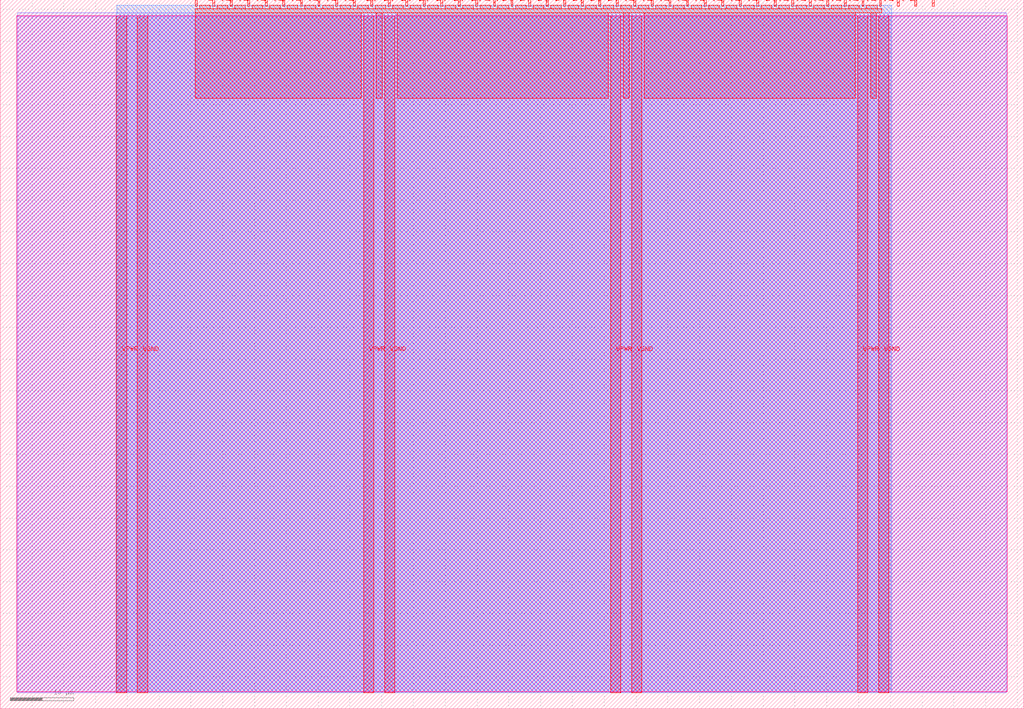
<source format=lef>
VERSION 5.7 ;
  NOWIREEXTENSIONATPIN ON ;
  DIVIDERCHAR "/" ;
  BUSBITCHARS "[]" ;
MACRO tt_um_wokwi_414120357164073985
  CLASS BLOCK ;
  FOREIGN tt_um_wokwi_414120357164073985 ;
  ORIGIN 0.000 0.000 ;
  SIZE 161.000 BY 111.520 ;
  PIN VGND
    DIRECTION INOUT ;
    USE GROUND ;
    PORT
      LAYER met4 ;
        RECT 21.580 2.480 23.180 109.040 ;
    END
    PORT
      LAYER met4 ;
        RECT 60.450 2.480 62.050 109.040 ;
    END
    PORT
      LAYER met4 ;
        RECT 99.320 2.480 100.920 109.040 ;
    END
    PORT
      LAYER met4 ;
        RECT 138.190 2.480 139.790 109.040 ;
    END
  END VGND
  PIN VPWR
    DIRECTION INOUT ;
    USE POWER ;
    PORT
      LAYER met4 ;
        RECT 18.280 2.480 19.880 109.040 ;
    END
    PORT
      LAYER met4 ;
        RECT 57.150 2.480 58.750 109.040 ;
    END
    PORT
      LAYER met4 ;
        RECT 96.020 2.480 97.620 109.040 ;
    END
    PORT
      LAYER met4 ;
        RECT 134.890 2.480 136.490 109.040 ;
    END
  END VPWR
  PIN clk
    DIRECTION INPUT ;
    USE SIGNAL ;
    PORT
      LAYER met4 ;
        RECT 143.830 110.520 144.130 111.520 ;
    END
  END clk
  PIN ena
    DIRECTION INPUT ;
    USE SIGNAL ;
    PORT
      LAYER met4 ;
        RECT 146.590 110.520 146.890 111.520 ;
    END
  END ena
  PIN rst_n
    DIRECTION INPUT ;
    USE SIGNAL ;
    PORT
      LAYER met4 ;
        RECT 141.070 110.520 141.370 111.520 ;
    END
  END rst_n
  PIN ui_in[0]
    DIRECTION INPUT ;
    USE SIGNAL ;
    ANTENNAGATEAREA 0.196500 ;
    PORT
      LAYER met4 ;
        RECT 138.310 110.520 138.610 111.520 ;
    END
  END ui_in[0]
  PIN ui_in[1]
    DIRECTION INPUT ;
    USE SIGNAL ;
    ANTENNAGATEAREA 0.196500 ;
    PORT
      LAYER met4 ;
        RECT 135.550 110.520 135.850 111.520 ;
    END
  END ui_in[1]
  PIN ui_in[2]
    DIRECTION INPUT ;
    USE SIGNAL ;
    ANTENNAGATEAREA 0.196500 ;
    PORT
      LAYER met4 ;
        RECT 132.790 110.520 133.090 111.520 ;
    END
  END ui_in[2]
  PIN ui_in[3]
    DIRECTION INPUT ;
    USE SIGNAL ;
    ANTENNAGATEAREA 0.196500 ;
    PORT
      LAYER met4 ;
        RECT 130.030 110.520 130.330 111.520 ;
    END
  END ui_in[3]
  PIN ui_in[4]
    DIRECTION INPUT ;
    USE SIGNAL ;
    ANTENNAGATEAREA 0.196500 ;
    PORT
      LAYER met4 ;
        RECT 127.270 110.520 127.570 111.520 ;
    END
  END ui_in[4]
  PIN ui_in[5]
    DIRECTION INPUT ;
    USE SIGNAL ;
    PORT
      LAYER met4 ;
        RECT 124.510 110.520 124.810 111.520 ;
    END
  END ui_in[5]
  PIN ui_in[6]
    DIRECTION INPUT ;
    USE SIGNAL ;
    PORT
      LAYER met4 ;
        RECT 121.750 110.520 122.050 111.520 ;
    END
  END ui_in[6]
  PIN ui_in[7]
    DIRECTION INPUT ;
    USE SIGNAL ;
    PORT
      LAYER met4 ;
        RECT 118.990 110.520 119.290 111.520 ;
    END
  END ui_in[7]
  PIN uio_in[0]
    DIRECTION INPUT ;
    USE SIGNAL ;
    PORT
      LAYER met4 ;
        RECT 116.230 110.520 116.530 111.520 ;
    END
  END uio_in[0]
  PIN uio_in[1]
    DIRECTION INPUT ;
    USE SIGNAL ;
    PORT
      LAYER met4 ;
        RECT 113.470 110.520 113.770 111.520 ;
    END
  END uio_in[1]
  PIN uio_in[2]
    DIRECTION INPUT ;
    USE SIGNAL ;
    PORT
      LAYER met4 ;
        RECT 110.710 110.520 111.010 111.520 ;
    END
  END uio_in[2]
  PIN uio_in[3]
    DIRECTION INPUT ;
    USE SIGNAL ;
    PORT
      LAYER met4 ;
        RECT 107.950 110.520 108.250 111.520 ;
    END
  END uio_in[3]
  PIN uio_in[4]
    DIRECTION INPUT ;
    USE SIGNAL ;
    PORT
      LAYER met4 ;
        RECT 105.190 110.520 105.490 111.520 ;
    END
  END uio_in[4]
  PIN uio_in[5]
    DIRECTION INPUT ;
    USE SIGNAL ;
    PORT
      LAYER met4 ;
        RECT 102.430 110.520 102.730 111.520 ;
    END
  END uio_in[5]
  PIN uio_in[6]
    DIRECTION INPUT ;
    USE SIGNAL ;
    PORT
      LAYER met4 ;
        RECT 99.670 110.520 99.970 111.520 ;
    END
  END uio_in[6]
  PIN uio_in[7]
    DIRECTION INPUT ;
    USE SIGNAL ;
    PORT
      LAYER met4 ;
        RECT 96.910 110.520 97.210 111.520 ;
    END
  END uio_in[7]
  PIN uio_oe[0]
    DIRECTION OUTPUT ;
    USE SIGNAL ;
    PORT
      LAYER met4 ;
        RECT 49.990 110.520 50.290 111.520 ;
    END
  END uio_oe[0]
  PIN uio_oe[1]
    DIRECTION OUTPUT ;
    USE SIGNAL ;
    PORT
      LAYER met4 ;
        RECT 47.230 110.520 47.530 111.520 ;
    END
  END uio_oe[1]
  PIN uio_oe[2]
    DIRECTION OUTPUT ;
    USE SIGNAL ;
    PORT
      LAYER met4 ;
        RECT 44.470 110.520 44.770 111.520 ;
    END
  END uio_oe[2]
  PIN uio_oe[3]
    DIRECTION OUTPUT ;
    USE SIGNAL ;
    PORT
      LAYER met4 ;
        RECT 41.710 110.520 42.010 111.520 ;
    END
  END uio_oe[3]
  PIN uio_oe[4]
    DIRECTION OUTPUT ;
    USE SIGNAL ;
    PORT
      LAYER met4 ;
        RECT 38.950 110.520 39.250 111.520 ;
    END
  END uio_oe[4]
  PIN uio_oe[5]
    DIRECTION OUTPUT ;
    USE SIGNAL ;
    PORT
      LAYER met4 ;
        RECT 36.190 110.520 36.490 111.520 ;
    END
  END uio_oe[5]
  PIN uio_oe[6]
    DIRECTION OUTPUT ;
    USE SIGNAL ;
    PORT
      LAYER met4 ;
        RECT 33.430 110.520 33.730 111.520 ;
    END
  END uio_oe[6]
  PIN uio_oe[7]
    DIRECTION OUTPUT ;
    USE SIGNAL ;
    PORT
      LAYER met4 ;
        RECT 30.670 110.520 30.970 111.520 ;
    END
  END uio_oe[7]
  PIN uio_out[0]
    DIRECTION OUTPUT ;
    USE SIGNAL ;
    PORT
      LAYER met4 ;
        RECT 72.070 110.520 72.370 111.520 ;
    END
  END uio_out[0]
  PIN uio_out[1]
    DIRECTION OUTPUT ;
    USE SIGNAL ;
    PORT
      LAYER met4 ;
        RECT 69.310 110.520 69.610 111.520 ;
    END
  END uio_out[1]
  PIN uio_out[2]
    DIRECTION OUTPUT ;
    USE SIGNAL ;
    PORT
      LAYER met4 ;
        RECT 66.550 110.520 66.850 111.520 ;
    END
  END uio_out[2]
  PIN uio_out[3]
    DIRECTION OUTPUT ;
    USE SIGNAL ;
    PORT
      LAYER met4 ;
        RECT 63.790 110.520 64.090 111.520 ;
    END
  END uio_out[3]
  PIN uio_out[4]
    DIRECTION OUTPUT ;
    USE SIGNAL ;
    PORT
      LAYER met4 ;
        RECT 61.030 110.520 61.330 111.520 ;
    END
  END uio_out[4]
  PIN uio_out[5]
    DIRECTION OUTPUT ;
    USE SIGNAL ;
    PORT
      LAYER met4 ;
        RECT 58.270 110.520 58.570 111.520 ;
    END
  END uio_out[5]
  PIN uio_out[6]
    DIRECTION OUTPUT ;
    USE SIGNAL ;
    PORT
      LAYER met4 ;
        RECT 55.510 110.520 55.810 111.520 ;
    END
  END uio_out[6]
  PIN uio_out[7]
    DIRECTION OUTPUT ;
    USE SIGNAL ;
    PORT
      LAYER met4 ;
        RECT 52.750 110.520 53.050 111.520 ;
    END
  END uio_out[7]
  PIN uo_out[0]
    DIRECTION OUTPUT ;
    USE SIGNAL ;
    ANTENNADIFFAREA 0.445500 ;
    PORT
      LAYER met4 ;
        RECT 94.150 110.520 94.450 111.520 ;
    END
  END uo_out[0]
  PIN uo_out[1]
    DIRECTION OUTPUT ;
    USE SIGNAL ;
    ANTENNADIFFAREA 0.445500 ;
    PORT
      LAYER met4 ;
        RECT 91.390 110.520 91.690 111.520 ;
    END
  END uo_out[1]
  PIN uo_out[2]
    DIRECTION OUTPUT ;
    USE SIGNAL ;
    ANTENNADIFFAREA 0.795200 ;
    PORT
      LAYER met4 ;
        RECT 88.630 110.520 88.930 111.520 ;
    END
  END uo_out[2]
  PIN uo_out[3]
    DIRECTION OUTPUT ;
    USE SIGNAL ;
    ANTENNADIFFAREA 0.795200 ;
    PORT
      LAYER met4 ;
        RECT 85.870 110.520 86.170 111.520 ;
    END
  END uo_out[3]
  PIN uo_out[4]
    DIRECTION OUTPUT ;
    USE SIGNAL ;
    PORT
      LAYER met4 ;
        RECT 83.110 110.520 83.410 111.520 ;
    END
  END uo_out[4]
  PIN uo_out[5]
    DIRECTION OUTPUT ;
    USE SIGNAL ;
    PORT
      LAYER met4 ;
        RECT 80.350 110.520 80.650 111.520 ;
    END
  END uo_out[5]
  PIN uo_out[6]
    DIRECTION OUTPUT ;
    USE SIGNAL ;
    PORT
      LAYER met4 ;
        RECT 77.590 110.520 77.890 111.520 ;
    END
  END uo_out[6]
  PIN uo_out[7]
    DIRECTION OUTPUT ;
    USE SIGNAL ;
    PORT
      LAYER met4 ;
        RECT 74.830 110.520 75.130 111.520 ;
    END
  END uo_out[7]
  OBS
      LAYER nwell ;
        RECT 2.570 2.635 158.430 108.990 ;
      LAYER li1 ;
        RECT 2.760 2.635 158.240 108.885 ;
      LAYER met1 ;
        RECT 2.760 2.480 158.240 109.440 ;
      LAYER met2 ;
        RECT 18.310 2.535 140.210 110.685 ;
      LAYER met3 ;
        RECT 18.290 2.555 140.235 110.665 ;
      LAYER met4 ;
        RECT 31.370 110.120 33.030 110.665 ;
        RECT 34.130 110.120 35.790 110.665 ;
        RECT 36.890 110.120 38.550 110.665 ;
        RECT 39.650 110.120 41.310 110.665 ;
        RECT 42.410 110.120 44.070 110.665 ;
        RECT 45.170 110.120 46.830 110.665 ;
        RECT 47.930 110.120 49.590 110.665 ;
        RECT 50.690 110.120 52.350 110.665 ;
        RECT 53.450 110.120 55.110 110.665 ;
        RECT 56.210 110.120 57.870 110.665 ;
        RECT 58.970 110.120 60.630 110.665 ;
        RECT 61.730 110.120 63.390 110.665 ;
        RECT 64.490 110.120 66.150 110.665 ;
        RECT 67.250 110.120 68.910 110.665 ;
        RECT 70.010 110.120 71.670 110.665 ;
        RECT 72.770 110.120 74.430 110.665 ;
        RECT 75.530 110.120 77.190 110.665 ;
        RECT 78.290 110.120 79.950 110.665 ;
        RECT 81.050 110.120 82.710 110.665 ;
        RECT 83.810 110.120 85.470 110.665 ;
        RECT 86.570 110.120 88.230 110.665 ;
        RECT 89.330 110.120 90.990 110.665 ;
        RECT 92.090 110.120 93.750 110.665 ;
        RECT 94.850 110.120 96.510 110.665 ;
        RECT 97.610 110.120 99.270 110.665 ;
        RECT 100.370 110.120 102.030 110.665 ;
        RECT 103.130 110.120 104.790 110.665 ;
        RECT 105.890 110.120 107.550 110.665 ;
        RECT 108.650 110.120 110.310 110.665 ;
        RECT 111.410 110.120 113.070 110.665 ;
        RECT 114.170 110.120 115.830 110.665 ;
        RECT 116.930 110.120 118.590 110.665 ;
        RECT 119.690 110.120 121.350 110.665 ;
        RECT 122.450 110.120 124.110 110.665 ;
        RECT 125.210 110.120 126.870 110.665 ;
        RECT 127.970 110.120 129.630 110.665 ;
        RECT 130.730 110.120 132.390 110.665 ;
        RECT 133.490 110.120 135.150 110.665 ;
        RECT 136.250 110.120 137.910 110.665 ;
        RECT 30.655 109.440 138.625 110.120 ;
        RECT 30.655 96.055 56.750 109.440 ;
        RECT 59.150 96.055 60.050 109.440 ;
        RECT 62.450 96.055 95.620 109.440 ;
        RECT 98.020 96.055 98.920 109.440 ;
        RECT 101.320 96.055 134.490 109.440 ;
        RECT 136.890 96.055 137.790 109.440 ;
  END
END tt_um_wokwi_414120357164073985
END LIBRARY


</source>
